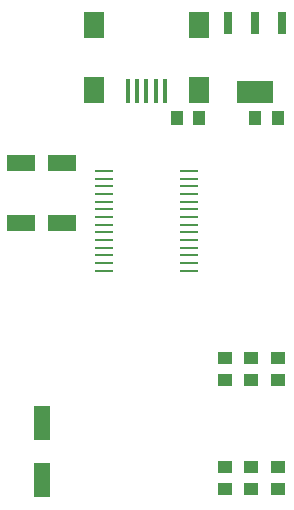
<source format=gbr>
G04 DipTrace 3.1.0.1*
G04 Âåðõíÿÿï.ìàñêà.gbr*
%MOIN*%
G04 #@! TF.FileFunction,Paste,Top*
G04 #@! TF.Part,Single*
%ADD40R,0.062992X0.007874*%
%ADD42R,0.120079X0.076772*%
%ADD44R,0.029528X0.076772*%
%ADD50R,0.070866X0.090551*%
%ADD52R,0.011811X0.082677*%
%ADD54R,0.055118X0.116142*%
%ADD56R,0.051181X0.043307*%
%ADD58R,0.043307X0.051181*%
%ADD60R,0.09252X0.055118*%
%FSLAX26Y26*%
G04*
G70*
G90*
G75*
G01*
G04 TopPaste*
%LPD*%
D60*
X243776Y1137619D3*
X381571D3*
X243776Y937598D3*
X381571D3*
D58*
X762598Y1287500D3*
X837402D3*
X1025098D3*
X1099902D3*
D54*
X312533Y78562D3*
Y271475D3*
D56*
X1100003Y124898D3*
Y50094D3*
X1012503Y124898D3*
Y50094D3*
X925097Y124911D3*
Y50108D3*
D52*
X725492Y1375295D3*
X693996D3*
X662500D3*
X631004D3*
X599508D3*
D50*
X837697Y1379232D3*
X487303D3*
X837697Y1595768D3*
X487303D3*
D56*
X1100003Y412600D3*
Y487403D3*
X1012503Y412600D3*
Y487403D3*
X925097Y487449D3*
Y412646D3*
D44*
X1115551Y1601673D3*
X1025000D3*
X934449D3*
D42*
X1025000Y1373327D3*
D40*
X804236Y777412D3*
Y803003D3*
Y828593D3*
Y854184D3*
Y879774D3*
Y905365D3*
Y930955D3*
Y956546D3*
Y982136D3*
Y1007727D3*
Y1033318D3*
Y1058908D3*
Y1084499D3*
Y1110089D3*
X520764D3*
X520772Y1084499D3*
Y1058908D3*
Y1033318D3*
Y1007727D3*
Y982136D3*
Y956546D3*
Y930955D3*
Y905365D3*
Y879774D3*
Y854184D3*
Y828593D3*
Y803003D3*
Y777412D3*
M02*

</source>
